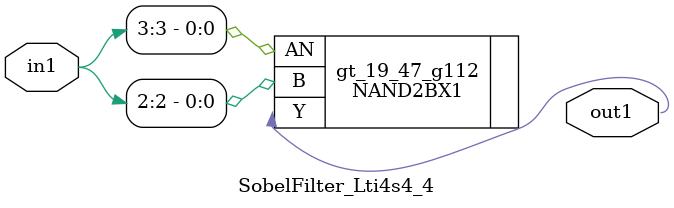
<source format=v>
`timescale 1ps / 1ps


module SobelFilter_Lti4s4_4(in1, out1);
  input [3:0] in1;
  output out1;
  wire [3:0] in1;
  wire out1;
  NAND2BX1 gt_19_47_g112(.AN (in1[3]), .B (in1[2]), .Y (out1));
endmodule



</source>
